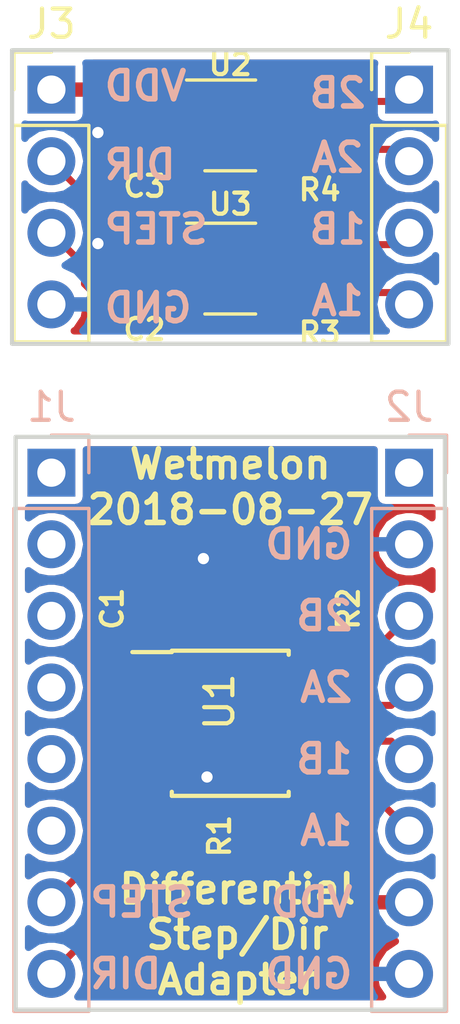
<source format=kicad_pcb>
(kicad_pcb (version 20171130) (host pcbnew "(5.0.0-rc2-140-g9302bbce5)")

  (general
    (thickness 1.6)
    (drawings 27)
    (tracks 83)
    (zones 0)
    (modules 14)
    (nets 24)
  )

  (page A4)
  (layers
    (0 F.Cu signal)
    (31 B.Cu signal)
    (32 B.Adhes user)
    (33 F.Adhes user)
    (34 B.Paste user)
    (35 F.Paste user)
    (36 B.SilkS user)
    (37 F.SilkS user)
    (38 B.Mask user)
    (39 F.Mask user)
    (40 Dwgs.User user)
    (41 Cmts.User user)
    (42 Eco1.User user)
    (43 Eco2.User user)
    (44 Edge.Cuts user)
    (45 Margin user)
    (46 B.CrtYd user)
    (47 F.CrtYd user)
    (48 B.Fab user hide)
    (49 F.Fab user hide)
  )

  (setup
    (last_trace_width 0.25)
    (trace_clearance 0.2)
    (zone_clearance 0.254)
    (zone_45_only no)
    (trace_min 0.1524)
    (segment_width 0.2)
    (edge_width 0.15)
    (via_size 0.8)
    (via_drill 0.4)
    (via_min_size 0.508)
    (via_min_drill 0.254)
    (uvia_size 0.3)
    (uvia_drill 0.1)
    (uvias_allowed no)
    (uvia_min_size 0.2)
    (uvia_min_drill 0.1)
    (pcb_text_width 0.3)
    (pcb_text_size 1.5 1.5)
    (mod_edge_width 0.15)
    (mod_text_size 1 1)
    (mod_text_width 0.15)
    (pad_size 1.524 1.524)
    (pad_drill 0.762)
    (pad_to_mask_clearance 0.2)
    (aux_axis_origin 0 0)
    (visible_elements 7FFFFFFF)
    (pcbplotparams
      (layerselection 0x010fc_ffffffff)
      (usegerberextensions false)
      (usegerberattributes false)
      (usegerberadvancedattributes false)
      (creategerberjobfile false)
      (excludeedgelayer true)
      (linewidth 0.100000)
      (plotframeref false)
      (viasonmask false)
      (mode 1)
      (useauxorigin false)
      (hpglpennumber 1)
      (hpglpenspeed 20)
      (hpglpendiameter 15.000000)
      (psnegative false)
      (psa4output false)
      (plotreference true)
      (plotvalue true)
      (plotinvisibletext false)
      (padsonsilk false)
      (subtractmaskfromsilk false)
      (outputformat 1)
      (mirror false)
      (drillshape 1)
      (scaleselection 1)
      (outputdirectory ""))
  )

  (net 0 "")
  (net 1 /1A)
  (net 2 /1B)
  (net 3 /2B)
  (net 4 /2A)
  (net 5 /STEP)
  (net 6 VDD)
  (net 7 /~RESET)
  (net 8 GND)
  (net 9 /DIR)
  (net 10 /~ENABLE)
  (net 11 /MS1)
  (net 12 /MS2)
  (net 13 /MS3)
  (net 14 /~SLEEP)
  (net 15 /VMOT)
  (net 16 VDDA)
  (net 17 GNDA)
  (net 18 /O_DIR)
  (net 19 /O_2A)
  (net 20 /O_2B)
  (net 21 /O_1B)
  (net 22 /O_1A)
  (net 23 /O_STEP)

  (net_class Default "This is the default net class."
    (clearance 0.2)
    (trace_width 0.25)
    (via_dia 0.8)
    (via_drill 0.4)
    (uvia_dia 0.3)
    (uvia_drill 0.1)
    (add_net /1A)
    (add_net /1B)
    (add_net /2A)
    (add_net /2B)
    (add_net /DIR)
    (add_net /MS1)
    (add_net /MS2)
    (add_net /MS3)
    (add_net /O_1A)
    (add_net /O_1B)
    (add_net /O_2A)
    (add_net /O_2B)
    (add_net /O_DIR)
    (add_net /O_STEP)
    (add_net /STEP)
    (add_net /VMOT)
    (add_net /~ENABLE)
    (add_net /~RESET)
    (add_net /~SLEEP)
    (add_net GND)
    (add_net GNDA)
    (add_net VDD)
    (add_net VDDA)
  )

  (module Resistor_SMD:R_0805_2012Metric (layer F.Cu) (tedit 5B84AB75) (tstamp 5B912267)
    (at 97.155 51.181 270)
    (descr "Resistor SMD 0805 (2012 Metric), square (rectangular) end terminal, IPC_7351 nominal, (Body size source: http://www.tortai-tech.com/upload/download/2011102023233369053.pdf), generated with kicad-footprint-generator")
    (tags resistor)
    (path /5B89C028)
    (attr smd)
    (fp_text reference R4 (at 2.286 0) (layer F.SilkS)
      (effects (font (size 0.75 0.75) (thickness 0.15)))
    )
    (fp_text value 100 (at 0 1.65 270) (layer F.Fab)
      (effects (font (size 1 1) (thickness 0.15)))
    )
    (fp_text user %R (at 0 0 270) (layer F.Fab)
      (effects (font (size 0.5 0.5) (thickness 0.08)))
    )
    (fp_line (start 1.68 0.95) (end -1.68 0.95) (layer F.CrtYd) (width 0.05))
    (fp_line (start 1.68 -0.95) (end 1.68 0.95) (layer F.CrtYd) (width 0.05))
    (fp_line (start -1.68 -0.95) (end 1.68 -0.95) (layer F.CrtYd) (width 0.05))
    (fp_line (start -1.68 0.95) (end -1.68 -0.95) (layer F.CrtYd) (width 0.05))
    (fp_line (start 1 0.6) (end -1 0.6) (layer F.Fab) (width 0.1))
    (fp_line (start 1 -0.6) (end 1 0.6) (layer F.Fab) (width 0.1))
    (fp_line (start -1 -0.6) (end 1 -0.6) (layer F.Fab) (width 0.1))
    (fp_line (start -1 0.6) (end -1 -0.6) (layer F.Fab) (width 0.1))
    (pad 2 smd rect (at 0.85 0 270) (size 1.15 1.4) (layers F.Cu F.Paste F.Mask)
      (net 19 /O_2A))
    (pad 1 smd rect (at -0.85 0 270) (size 1.15 1.4) (layers F.Cu F.Paste F.Mask)
      (net 20 /O_2B))
    (model ${KISYS3DMOD}/Resistor_SMD.3dshapes/R_0805_2012Metric.wrl
      (at (xyz 0 0 0))
      (scale (xyz 1 1 1))
      (rotate (xyz 0 0 0))
    )
  )

  (module Resistor_SMD:R_0805_2012Metric (layer F.Cu) (tedit 5B84AB79) (tstamp 5B912067)
    (at 97.155 56.261 270)
    (descr "Resistor SMD 0805 (2012 Metric), square (rectangular) end terminal, IPC_7351 nominal, (Body size source: http://www.tortai-tech.com/upload/download/2011102023233369053.pdf), generated with kicad-footprint-generator")
    (tags resistor)
    (path /5B89C021)
    (attr smd)
    (fp_text reference R3 (at 2.286 0) (layer F.SilkS)
      (effects (font (size 0.75 0.75) (thickness 0.15)))
    )
    (fp_text value 100 (at 0 1.65 270) (layer F.Fab)
      (effects (font (size 1 1) (thickness 0.15)))
    )
    (fp_line (start -1 0.6) (end -1 -0.6) (layer F.Fab) (width 0.1))
    (fp_line (start -1 -0.6) (end 1 -0.6) (layer F.Fab) (width 0.1))
    (fp_line (start 1 -0.6) (end 1 0.6) (layer F.Fab) (width 0.1))
    (fp_line (start 1 0.6) (end -1 0.6) (layer F.Fab) (width 0.1))
    (fp_line (start -1.68 0.95) (end -1.68 -0.95) (layer F.CrtYd) (width 0.05))
    (fp_line (start -1.68 -0.95) (end 1.68 -0.95) (layer F.CrtYd) (width 0.05))
    (fp_line (start 1.68 -0.95) (end 1.68 0.95) (layer F.CrtYd) (width 0.05))
    (fp_line (start 1.68 0.95) (end -1.68 0.95) (layer F.CrtYd) (width 0.05))
    (fp_text user %R (at 0 0 270) (layer F.Fab)
      (effects (font (size 0.5 0.5) (thickness 0.08)))
    )
    (pad 1 smd rect (at -0.85 0 270) (size 1.15 1.4) (layers F.Cu F.Paste F.Mask)
      (net 21 /O_1B))
    (pad 2 smd rect (at 0.85 0 270) (size 1.15 1.4) (layers F.Cu F.Paste F.Mask)
      (net 22 /O_1A))
    (model ${KISYS3DMOD}/Resistor_SMD.3dshapes/R_0805_2012Metric.wrl
      (at (xyz 0 0 0))
      (scale (xyz 1 1 1))
      (rotate (xyz 0 0 0))
    )
  )

  (module Connector_PinHeader_2.54mm:PinHeader_1x04_P2.54mm_Vertical (layer F.Cu) (tedit 59FED5CC) (tstamp 5B911A3E)
    (at 100.33 49.911)
    (descr "Through hole straight pin header, 1x04, 2.54mm pitch, single row")
    (tags "Through hole pin header THT 1x04 2.54mm single row")
    (path /5B890D26)
    (fp_text reference J4 (at 0 -2.33) (layer F.SilkS)
      (effects (font (size 1 1) (thickness 0.15)))
    )
    (fp_text value Conn_01x04 (at 0 9.95) (layer F.Fab)
      (effects (font (size 1 1) (thickness 0.15)))
    )
    (fp_text user %R (at 0 3.81 90) (layer F.Fab)
      (effects (font (size 1 1) (thickness 0.15)))
    )
    (fp_line (start 1.8 -1.8) (end -1.8 -1.8) (layer F.CrtYd) (width 0.05))
    (fp_line (start 1.8 9.4) (end 1.8 -1.8) (layer F.CrtYd) (width 0.05))
    (fp_line (start -1.8 9.4) (end 1.8 9.4) (layer F.CrtYd) (width 0.05))
    (fp_line (start -1.8 -1.8) (end -1.8 9.4) (layer F.CrtYd) (width 0.05))
    (fp_line (start -1.33 -1.33) (end 0 -1.33) (layer F.SilkS) (width 0.12))
    (fp_line (start -1.33 0) (end -1.33 -1.33) (layer F.SilkS) (width 0.12))
    (fp_line (start -1.33 1.27) (end 1.33 1.27) (layer F.SilkS) (width 0.12))
    (fp_line (start 1.33 1.27) (end 1.33 8.95) (layer F.SilkS) (width 0.12))
    (fp_line (start -1.33 1.27) (end -1.33 8.95) (layer F.SilkS) (width 0.12))
    (fp_line (start -1.33 8.95) (end 1.33 8.95) (layer F.SilkS) (width 0.12))
    (fp_line (start -1.27 -0.635) (end -0.635 -1.27) (layer F.Fab) (width 0.1))
    (fp_line (start -1.27 8.89) (end -1.27 -0.635) (layer F.Fab) (width 0.1))
    (fp_line (start 1.27 8.89) (end -1.27 8.89) (layer F.Fab) (width 0.1))
    (fp_line (start 1.27 -1.27) (end 1.27 8.89) (layer F.Fab) (width 0.1))
    (fp_line (start -0.635 -1.27) (end 1.27 -1.27) (layer F.Fab) (width 0.1))
    (pad 4 thru_hole oval (at 0 7.62) (size 1.7 1.7) (drill 1) (layers *.Cu *.Mask)
      (net 22 /O_1A))
    (pad 3 thru_hole oval (at 0 5.08) (size 1.7 1.7) (drill 1) (layers *.Cu *.Mask)
      (net 21 /O_1B))
    (pad 2 thru_hole oval (at 0 2.54) (size 1.7 1.7) (drill 1) (layers *.Cu *.Mask)
      (net 19 /O_2A))
    (pad 1 thru_hole rect (at 0 0) (size 1.7 1.7) (drill 1) (layers *.Cu *.Mask)
      (net 20 /O_2B))
    (model ${KISYS3DMOD}/Connector_PinHeader_2.54mm.3dshapes/PinHeader_1x04_P2.54mm_Vertical.wrl
      (at (xyz 0 0 0))
      (scale (xyz 1 1 1))
      (rotate (xyz 0 0 0))
    )
  )

  (module Connector_PinHeader_2.54mm:PinHeader_1x04_P2.54mm_Vertical (layer F.Cu) (tedit 59FED5CC) (tstamp 5B914330)
    (at 87.63 49.911)
    (descr "Through hole straight pin header, 1x04, 2.54mm pitch, single row")
    (tags "Through hole pin header THT 1x04 2.54mm single row")
    (path /5B8987B7)
    (fp_text reference J3 (at 0 -2.33) (layer F.SilkS)
      (effects (font (size 1 1) (thickness 0.15)))
    )
    (fp_text value Conn_01x04 (at 0 9.95) (layer F.Fab)
      (effects (font (size 1 1) (thickness 0.15)))
    )
    (fp_line (start -0.635 -1.27) (end 1.27 -1.27) (layer F.Fab) (width 0.1))
    (fp_line (start 1.27 -1.27) (end 1.27 8.89) (layer F.Fab) (width 0.1))
    (fp_line (start 1.27 8.89) (end -1.27 8.89) (layer F.Fab) (width 0.1))
    (fp_line (start -1.27 8.89) (end -1.27 -0.635) (layer F.Fab) (width 0.1))
    (fp_line (start -1.27 -0.635) (end -0.635 -1.27) (layer F.Fab) (width 0.1))
    (fp_line (start -1.33 8.95) (end 1.33 8.95) (layer F.SilkS) (width 0.12))
    (fp_line (start -1.33 1.27) (end -1.33 8.95) (layer F.SilkS) (width 0.12))
    (fp_line (start 1.33 1.27) (end 1.33 8.95) (layer F.SilkS) (width 0.12))
    (fp_line (start -1.33 1.27) (end 1.33 1.27) (layer F.SilkS) (width 0.12))
    (fp_line (start -1.33 0) (end -1.33 -1.33) (layer F.SilkS) (width 0.12))
    (fp_line (start -1.33 -1.33) (end 0 -1.33) (layer F.SilkS) (width 0.12))
    (fp_line (start -1.8 -1.8) (end -1.8 9.4) (layer F.CrtYd) (width 0.05))
    (fp_line (start -1.8 9.4) (end 1.8 9.4) (layer F.CrtYd) (width 0.05))
    (fp_line (start 1.8 9.4) (end 1.8 -1.8) (layer F.CrtYd) (width 0.05))
    (fp_line (start 1.8 -1.8) (end -1.8 -1.8) (layer F.CrtYd) (width 0.05))
    (fp_text user %R (at 0 3.81 90) (layer F.Fab)
      (effects (font (size 1 1) (thickness 0.15)))
    )
    (pad 1 thru_hole rect (at 0 0) (size 1.7 1.7) (drill 1) (layers *.Cu *.Mask)
      (net 16 VDDA))
    (pad 2 thru_hole oval (at 0 2.54) (size 1.7 1.7) (drill 1) (layers *.Cu *.Mask)
      (net 18 /O_DIR))
    (pad 3 thru_hole oval (at 0 5.08) (size 1.7 1.7) (drill 1) (layers *.Cu *.Mask)
      (net 23 /O_STEP))
    (pad 4 thru_hole oval (at 0 7.62) (size 1.7 1.7) (drill 1) (layers *.Cu *.Mask)
      (net 17 GNDA))
    (model ${KISYS3DMOD}/Connector_PinHeader_2.54mm.3dshapes/PinHeader_1x04_P2.54mm_Vertical.wrl
      (at (xyz 0 0 0))
      (scale (xyz 1 1 1))
      (rotate (xyz 0 0 0))
    )
  )

  (module Capacitor_SMD:C_0805_2012Metric (layer F.Cu) (tedit 5B84AB54) (tstamp 5B90FCCE)
    (at 90.8685 51.0785 270)
    (descr "Capacitor SMD 0805 (2012 Metric), square (rectangular) end terminal, IPC_7351 nominal, (Body size source: http://www.tortai-tech.com/upload/download/2011102023233369053.pdf), generated with kicad-footprint-generator")
    (tags capacitor)
    (path /5B877576)
    (attr smd)
    (fp_text reference C3 (at 2.2615 -0.0635) (layer F.SilkS)
      (effects (font (size 0.75 0.75) (thickness 0.15)))
    )
    (fp_text value 100nF (at 0 1.65 270) (layer F.Fab)
      (effects (font (size 1 1) (thickness 0.15)))
    )
    (fp_text user %R (at 0 0 270) (layer F.Fab)
      (effects (font (size 0.5 0.5) (thickness 0.08)))
    )
    (fp_line (start 1.68 0.95) (end -1.68 0.95) (layer F.CrtYd) (width 0.05))
    (fp_line (start 1.68 -0.95) (end 1.68 0.95) (layer F.CrtYd) (width 0.05))
    (fp_line (start -1.68 -0.95) (end 1.68 -0.95) (layer F.CrtYd) (width 0.05))
    (fp_line (start -1.68 0.95) (end -1.68 -0.95) (layer F.CrtYd) (width 0.05))
    (fp_line (start 1 0.6) (end -1 0.6) (layer F.Fab) (width 0.1))
    (fp_line (start 1 -0.6) (end 1 0.6) (layer F.Fab) (width 0.1))
    (fp_line (start -1 -0.6) (end 1 -0.6) (layer F.Fab) (width 0.1))
    (fp_line (start -1 0.6) (end -1 -0.6) (layer F.Fab) (width 0.1))
    (pad 2 smd rect (at 0.85 0 270) (size 1.15 1.4) (layers F.Cu F.Paste F.Mask)
      (net 17 GNDA))
    (pad 1 smd rect (at -0.85 0 270) (size 1.15 1.4) (layers F.Cu F.Paste F.Mask)
      (net 16 VDDA))
    (model ${KISYS3DMOD}/Capacitor_SMD.3dshapes/C_0805_2012Metric.wrl
      (at (xyz 0 0 0))
      (scale (xyz 1 1 1))
      (rotate (xyz 0 0 0))
    )
  )

  (module Capacitor_SMD:C_0805_2012Metric (layer F.Cu) (tedit 5B84AB5E) (tstamp 5B90FCBF)
    (at 90.8685 56.1585 270)
    (descr "Capacitor SMD 0805 (2012 Metric), square (rectangular) end terminal, IPC_7351 nominal, (Body size source: http://www.tortai-tech.com/upload/download/2011102023233369053.pdf), generated with kicad-footprint-generator")
    (tags capacitor)
    (path /5B875757)
    (attr smd)
    (fp_text reference C2 (at 2.2615 -0.0635) (layer F.SilkS)
      (effects (font (size 0.75 0.75) (thickness 0.15)))
    )
    (fp_text value 100nF (at 0 1.65 270) (layer F.Fab)
      (effects (font (size 1 1) (thickness 0.15)))
    )
    (fp_line (start -1 0.6) (end -1 -0.6) (layer F.Fab) (width 0.1))
    (fp_line (start -1 -0.6) (end 1 -0.6) (layer F.Fab) (width 0.1))
    (fp_line (start 1 -0.6) (end 1 0.6) (layer F.Fab) (width 0.1))
    (fp_line (start 1 0.6) (end -1 0.6) (layer F.Fab) (width 0.1))
    (fp_line (start -1.68 0.95) (end -1.68 -0.95) (layer F.CrtYd) (width 0.05))
    (fp_line (start -1.68 -0.95) (end 1.68 -0.95) (layer F.CrtYd) (width 0.05))
    (fp_line (start 1.68 -0.95) (end 1.68 0.95) (layer F.CrtYd) (width 0.05))
    (fp_line (start 1.68 0.95) (end -1.68 0.95) (layer F.CrtYd) (width 0.05))
    (fp_text user %R (at 0 0 270) (layer F.Fab)
      (effects (font (size 0.5 0.5) (thickness 0.08)))
    )
    (pad 1 smd rect (at -0.85 0 270) (size 1.15 1.4) (layers F.Cu F.Paste F.Mask)
      (net 16 VDDA))
    (pad 2 smd rect (at 0.85 0 270) (size 1.15 1.4) (layers F.Cu F.Paste F.Mask)
      (net 17 GNDA))
    (model ${KISYS3DMOD}/Capacitor_SMD.3dshapes/C_0805_2012Metric.wrl
      (at (xyz 0 0 0))
      (scale (xyz 1 1 1))
      (rotate (xyz 0 0 0))
    )
  )

  (module Package_TO_SOT_SMD:SOT-23-6 (layer F.Cu) (tedit 5B84AB64) (tstamp 5B9123EA)
    (at 93.98 56.261)
    (descr "6-pin SOT-23 package")
    (tags SOT-23-6)
    (path /5B87A8BF)
    (attr smd)
    (fp_text reference U3 (at 0 -2.286) (layer F.SilkS)
      (effects (font (size 0.75 0.75) (thickness 0.15)))
    )
    (fp_text value MAX3284E (at 0 2.9) (layer F.Fab)
      (effects (font (size 1 1) (thickness 0.15)))
    )
    (fp_line (start 0.9 -1.55) (end 0.9 1.55) (layer F.Fab) (width 0.1))
    (fp_line (start 0.9 1.55) (end -0.9 1.55) (layer F.Fab) (width 0.1))
    (fp_line (start -0.9 -0.9) (end -0.9 1.55) (layer F.Fab) (width 0.1))
    (fp_line (start 0.9 -1.55) (end -0.25 -1.55) (layer F.Fab) (width 0.1))
    (fp_line (start -0.9 -0.9) (end -0.25 -1.55) (layer F.Fab) (width 0.1))
    (fp_line (start -1.9 -1.8) (end -1.9 1.8) (layer F.CrtYd) (width 0.05))
    (fp_line (start -1.9 1.8) (end 1.9 1.8) (layer F.CrtYd) (width 0.05))
    (fp_line (start 1.9 1.8) (end 1.9 -1.8) (layer F.CrtYd) (width 0.05))
    (fp_line (start 1.9 -1.8) (end -1.9 -1.8) (layer F.CrtYd) (width 0.05))
    (fp_line (start 0.9 -1.61) (end -1.55 -1.61) (layer F.SilkS) (width 0.12))
    (fp_line (start -0.9 1.61) (end 0.9 1.61) (layer F.SilkS) (width 0.12))
    (fp_text user %R (at 0 0 90) (layer F.Fab)
      (effects (font (size 0.5 0.5) (thickness 0.075)))
    )
    (pad 5 smd rect (at 1.1 0) (size 1.06 0.65) (layers F.Cu F.Paste F.Mask)
      (net 16 VDDA))
    (pad 6 smd rect (at 1.1 -0.95) (size 1.06 0.65) (layers F.Cu F.Paste F.Mask)
      (net 21 /O_1B))
    (pad 4 smd rect (at 1.1 0.95) (size 1.06 0.65) (layers F.Cu F.Paste F.Mask)
      (net 22 /O_1A))
    (pad 3 smd rect (at -1.1 0.95) (size 1.06 0.65) (layers F.Cu F.Paste F.Mask)
      (net 23 /O_STEP))
    (pad 2 smd rect (at -1.1 0) (size 1.06 0.65) (layers F.Cu F.Paste F.Mask)
      (net 17 GNDA))
    (pad 1 smd rect (at -1.1 -0.95) (size 1.06 0.65) (layers F.Cu F.Paste F.Mask)
      (net 16 VDDA))
    (model ${KISYS3DMOD}/Package_TO_SOT_SMD.3dshapes/SOT-23-6.wrl
      (at (xyz 0 0 0))
      (scale (xyz 1 1 1))
      (rotate (xyz 0 0 0))
    )
  )

  (module Package_TO_SOT_SMD:SOT-23-6 (layer F.Cu) (tedit 5B84AB69) (tstamp 5B90FB7E)
    (at 93.98 51.181)
    (descr "6-pin SOT-23 package")
    (tags SOT-23-6)
    (path /5B872B14)
    (attr smd)
    (fp_text reference U2 (at 0 -2.159) (layer F.SilkS)
      (effects (font (size 0.75 0.75) (thickness 0.15)))
    )
    (fp_text value MAX3284E (at 0 2.9) (layer F.Fab)
      (effects (font (size 1 1) (thickness 0.15)))
    )
    (fp_text user %R (at 0 0 90) (layer F.Fab)
      (effects (font (size 0.5 0.5) (thickness 0.075)))
    )
    (fp_line (start -0.9 1.61) (end 0.9 1.61) (layer F.SilkS) (width 0.12))
    (fp_line (start 0.9 -1.61) (end -1.55 -1.61) (layer F.SilkS) (width 0.12))
    (fp_line (start 1.9 -1.8) (end -1.9 -1.8) (layer F.CrtYd) (width 0.05))
    (fp_line (start 1.9 1.8) (end 1.9 -1.8) (layer F.CrtYd) (width 0.05))
    (fp_line (start -1.9 1.8) (end 1.9 1.8) (layer F.CrtYd) (width 0.05))
    (fp_line (start -1.9 -1.8) (end -1.9 1.8) (layer F.CrtYd) (width 0.05))
    (fp_line (start -0.9 -0.9) (end -0.25 -1.55) (layer F.Fab) (width 0.1))
    (fp_line (start 0.9 -1.55) (end -0.25 -1.55) (layer F.Fab) (width 0.1))
    (fp_line (start -0.9 -0.9) (end -0.9 1.55) (layer F.Fab) (width 0.1))
    (fp_line (start 0.9 1.55) (end -0.9 1.55) (layer F.Fab) (width 0.1))
    (fp_line (start 0.9 -1.55) (end 0.9 1.55) (layer F.Fab) (width 0.1))
    (pad 1 smd rect (at -1.1 -0.95) (size 1.06 0.65) (layers F.Cu F.Paste F.Mask)
      (net 16 VDDA))
    (pad 2 smd rect (at -1.1 0) (size 1.06 0.65) (layers F.Cu F.Paste F.Mask)
      (net 17 GNDA))
    (pad 3 smd rect (at -1.1 0.95) (size 1.06 0.65) (layers F.Cu F.Paste F.Mask)
      (net 18 /O_DIR))
    (pad 4 smd rect (at 1.1 0.95) (size 1.06 0.65) (layers F.Cu F.Paste F.Mask)
      (net 19 /O_2A))
    (pad 6 smd rect (at 1.1 -0.95) (size 1.06 0.65) (layers F.Cu F.Paste F.Mask)
      (net 20 /O_2B))
    (pad 5 smd rect (at 1.1 0) (size 1.06 0.65) (layers F.Cu F.Paste F.Mask)
      (net 16 VDDA))
    (model ${KISYS3DMOD}/Package_TO_SOT_SMD.3dshapes/SOT-23-6.wrl
      (at (xyz 0 0 0))
      (scale (xyz 1 1 1))
      (rotate (xyz 0 0 0))
    )
  )

  (module Resistor_SMD:R_0805_2012Metric (layer F.Cu) (tedit 5B849744) (tstamp 5B90F517)
    (at 95.924 68.326 180)
    (descr "Resistor SMD 0805 (2012 Metric), square (rectangular) end terminal, IPC_7351 nominal, (Body size source: http://www.tortai-tech.com/upload/download/2011102023233369053.pdf), generated with kicad-footprint-generator")
    (tags resistor)
    (path /5B866110)
    (attr smd)
    (fp_text reference R2 (at -2.247 0 270) (layer F.SilkS)
      (effects (font (size 0.75 0.75) (thickness 0.15)))
    )
    (fp_text value 100 (at 0 1.65 180) (layer F.Fab)
      (effects (font (size 1 1) (thickness 0.15)))
    )
    (fp_text user %R (at 0 0 180) (layer F.Fab)
      (effects (font (size 0.5 0.5) (thickness 0.08)))
    )
    (fp_line (start 1.68 0.95) (end -1.68 0.95) (layer F.CrtYd) (width 0.05))
    (fp_line (start 1.68 -0.95) (end 1.68 0.95) (layer F.CrtYd) (width 0.05))
    (fp_line (start -1.68 -0.95) (end 1.68 -0.95) (layer F.CrtYd) (width 0.05))
    (fp_line (start -1.68 0.95) (end -1.68 -0.95) (layer F.CrtYd) (width 0.05))
    (fp_line (start 1 0.6) (end -1 0.6) (layer F.Fab) (width 0.1))
    (fp_line (start 1 -0.6) (end 1 0.6) (layer F.Fab) (width 0.1))
    (fp_line (start -1 -0.6) (end 1 -0.6) (layer F.Fab) (width 0.1))
    (fp_line (start -1 0.6) (end -1 -0.6) (layer F.Fab) (width 0.1))
    (pad 2 smd rect (at 0.85 0 180) (size 1.15 1.4) (layers F.Cu F.Paste F.Mask)
      (net 4 /2A))
    (pad 1 smd rect (at -0.85 0 180) (size 1.15 1.4) (layers F.Cu F.Paste F.Mask)
      (net 3 /2B))
    (model ${KISYS3DMOD}/Resistor_SMD.3dshapes/R_0805_2012Metric.wrl
      (at (xyz 0 0 0))
      (scale (xyz 1 1 1))
      (rotate (xyz 0 0 0))
    )
  )

  (module Resistor_SMD:R_0805_2012Metric (layer F.Cu) (tedit 5B8496A4) (tstamp 5B90F4C2)
    (at 95.924 76.454)
    (descr "Resistor SMD 0805 (2012 Metric), square (rectangular) end terminal, IPC_7351 nominal, (Body size source: http://www.tortai-tech.com/upload/download/2011102023233369053.pdf), generated with kicad-footprint-generator")
    (tags resistor)
    (path /5B86609B)
    (attr smd)
    (fp_text reference R1 (at -2.325 -0.0635 90) (layer F.SilkS)
      (effects (font (size 0.75 0.75) (thickness 0.15)))
    )
    (fp_text value 100 (at 0 1.65) (layer F.Fab)
      (effects (font (size 1 1) (thickness 0.15)))
    )
    (fp_line (start -1 0.6) (end -1 -0.6) (layer F.Fab) (width 0.1))
    (fp_line (start -1 -0.6) (end 1 -0.6) (layer F.Fab) (width 0.1))
    (fp_line (start 1 -0.6) (end 1 0.6) (layer F.Fab) (width 0.1))
    (fp_line (start 1 0.6) (end -1 0.6) (layer F.Fab) (width 0.1))
    (fp_line (start -1.68 0.95) (end -1.68 -0.95) (layer F.CrtYd) (width 0.05))
    (fp_line (start -1.68 -0.95) (end 1.68 -0.95) (layer F.CrtYd) (width 0.05))
    (fp_line (start 1.68 -0.95) (end 1.68 0.95) (layer F.CrtYd) (width 0.05))
    (fp_line (start 1.68 0.95) (end -1.68 0.95) (layer F.CrtYd) (width 0.05))
    (fp_text user %R (at 0 0) (layer F.Fab)
      (effects (font (size 0.5 0.5) (thickness 0.08)))
    )
    (pad 1 smd rect (at -0.85 0) (size 1.15 1.4) (layers F.Cu F.Paste F.Mask)
      (net 2 /1B))
    (pad 2 smd rect (at 0.85 0) (size 1.15 1.4) (layers F.Cu F.Paste F.Mask)
      (net 1 /1A))
    (model ${KISYS3DMOD}/Resistor_SMD.3dshapes/R_0805_2012Metric.wrl
      (at (xyz 0 0 0))
      (scale (xyz 1 1 1))
      (rotate (xyz 0 0 0))
    )
  )

  (module Capacitor_SMD:C_0805_2012Metric (layer F.Cu) (tedit 5B849741) (tstamp 5B90DACA)
    (at 92.163 68.326)
    (descr "Capacitor SMD 0805 (2012 Metric), square (rectangular) end terminal, IPC_7351 nominal, (Body size source: http://www.tortai-tech.com/upload/download/2011102023233369053.pdf), generated with kicad-footprint-generator")
    (tags capacitor)
    (path /5B8614FC)
    (attr smd)
    (fp_text reference C1 (at -2.374 0 90) (layer F.SilkS)
      (effects (font (size 0.75 0.75) (thickness 0.15)))
    )
    (fp_text value 100nF (at 0 1.65) (layer F.Fab)
      (effects (font (size 1 1) (thickness 0.15)))
    )
    (fp_line (start -1 0.6) (end -1 -0.6) (layer F.Fab) (width 0.1))
    (fp_line (start -1 -0.6) (end 1 -0.6) (layer F.Fab) (width 0.1))
    (fp_line (start 1 -0.6) (end 1 0.6) (layer F.Fab) (width 0.1))
    (fp_line (start 1 0.6) (end -1 0.6) (layer F.Fab) (width 0.1))
    (fp_line (start -1.68 0.95) (end -1.68 -0.95) (layer F.CrtYd) (width 0.05))
    (fp_line (start -1.68 -0.95) (end 1.68 -0.95) (layer F.CrtYd) (width 0.05))
    (fp_line (start 1.68 -0.95) (end 1.68 0.95) (layer F.CrtYd) (width 0.05))
    (fp_line (start 1.68 0.95) (end -1.68 0.95) (layer F.CrtYd) (width 0.05))
    (fp_text user %R (at 0 0) (layer F.Fab)
      (effects (font (size 0.5 0.5) (thickness 0.08)))
    )
    (pad 1 smd rect (at -0.85 0) (size 1.15 1.4) (layers F.Cu F.Paste F.Mask)
      (net 6 VDD))
    (pad 2 smd rect (at 0.85 0) (size 1.15 1.4) (layers F.Cu F.Paste F.Mask)
      (net 8 GND))
    (model ${KISYS3DMOD}/Capacitor_SMD.3dshapes/C_0805_2012Metric.wrl
      (at (xyz 0 0 0))
      (scale (xyz 1 1 1))
      (rotate (xyz 0 0 0))
    )
  )

  (module Connector_PinHeader_2.54mm:PinHeader_1x08_P2.54mm_Vertical (layer B.Cu) (tedit 59FED5CC) (tstamp 5B90DABB)
    (at 100.33 63.5 180)
    (descr "Through hole straight pin header, 1x08, 2.54mm pitch, single row")
    (tags "Through hole pin header THT 1x08 2.54mm single row")
    (path /5B85138C)
    (fp_text reference J2 (at 0 2.33 180) (layer B.SilkS)
      (effects (font (size 1 1) (thickness 0.15)) (justify mirror))
    )
    (fp_text value Conn_01x08 (at 0 -20.11 180) (layer B.Fab)
      (effects (font (size 1 1) (thickness 0.15)) (justify mirror))
    )
    (fp_text user %R (at 0 -8.89 90) (layer B.Fab)
      (effects (font (size 1 1) (thickness 0.15)) (justify mirror))
    )
    (fp_line (start 1.8 1.8) (end -1.8 1.8) (layer B.CrtYd) (width 0.05))
    (fp_line (start 1.8 -19.55) (end 1.8 1.8) (layer B.CrtYd) (width 0.05))
    (fp_line (start -1.8 -19.55) (end 1.8 -19.55) (layer B.CrtYd) (width 0.05))
    (fp_line (start -1.8 1.8) (end -1.8 -19.55) (layer B.CrtYd) (width 0.05))
    (fp_line (start -1.33 1.33) (end 0 1.33) (layer B.SilkS) (width 0.12))
    (fp_line (start -1.33 0) (end -1.33 1.33) (layer B.SilkS) (width 0.12))
    (fp_line (start -1.33 -1.27) (end 1.33 -1.27) (layer B.SilkS) (width 0.12))
    (fp_line (start 1.33 -1.27) (end 1.33 -19.11) (layer B.SilkS) (width 0.12))
    (fp_line (start -1.33 -1.27) (end -1.33 -19.11) (layer B.SilkS) (width 0.12))
    (fp_line (start -1.33 -19.11) (end 1.33 -19.11) (layer B.SilkS) (width 0.12))
    (fp_line (start -1.27 0.635) (end -0.635 1.27) (layer B.Fab) (width 0.1))
    (fp_line (start -1.27 -19.05) (end -1.27 0.635) (layer B.Fab) (width 0.1))
    (fp_line (start 1.27 -19.05) (end -1.27 -19.05) (layer B.Fab) (width 0.1))
    (fp_line (start 1.27 1.27) (end 1.27 -19.05) (layer B.Fab) (width 0.1))
    (fp_line (start -0.635 1.27) (end 1.27 1.27) (layer B.Fab) (width 0.1))
    (pad 8 thru_hole oval (at 0 -17.78 180) (size 1.7 1.7) (drill 1) (layers *.Cu *.Mask)
      (net 8 GND))
    (pad 7 thru_hole oval (at 0 -15.24 180) (size 1.7 1.7) (drill 1) (layers *.Cu *.Mask)
      (net 6 VDD))
    (pad 6 thru_hole oval (at 0 -12.7 180) (size 1.7 1.7) (drill 1) (layers *.Cu *.Mask)
      (net 1 /1A))
    (pad 5 thru_hole oval (at 0 -10.16 180) (size 1.7 1.7) (drill 1) (layers *.Cu *.Mask)
      (net 2 /1B))
    (pad 4 thru_hole oval (at 0 -7.62 180) (size 1.7 1.7) (drill 1) (layers *.Cu *.Mask)
      (net 4 /2A))
    (pad 3 thru_hole oval (at 0 -5.08 180) (size 1.7 1.7) (drill 1) (layers *.Cu *.Mask)
      (net 3 /2B))
    (pad 2 thru_hole oval (at 0 -2.54 180) (size 1.7 1.7) (drill 1) (layers *.Cu *.Mask)
      (net 8 GND))
    (pad 1 thru_hole rect (at 0 0 180) (size 1.7 1.7) (drill 1) (layers *.Cu *.Mask)
      (net 15 /VMOT))
    (model ${KISYS3DMOD}/Connector_PinHeader_2.54mm.3dshapes/PinHeader_1x08_P2.54mm_Vertical.wrl
      (at (xyz 0 0 0))
      (scale (xyz 1 1 1))
      (rotate (xyz 0 0 0))
    )
  )

  (module Connector_PinHeader_2.54mm:PinHeader_1x08_P2.54mm_Vertical (layer B.Cu) (tedit 59FED5CC) (tstamp 5B90E830)
    (at 87.63 63.5 180)
    (descr "Through hole straight pin header, 1x08, 2.54mm pitch, single row")
    (tags "Through hole pin header THT 1x08 2.54mm single row")
    (path /5B851346)
    (fp_text reference J1 (at 0 2.33 180) (layer B.SilkS)
      (effects (font (size 1 1) (thickness 0.15)) (justify mirror))
    )
    (fp_text value Conn_01x08 (at 0 -20.11 180) (layer B.Fab)
      (effects (font (size 1 1) (thickness 0.15)) (justify mirror))
    )
    (fp_line (start -0.635 1.27) (end 1.27 1.27) (layer B.Fab) (width 0.1))
    (fp_line (start 1.27 1.27) (end 1.27 -19.05) (layer B.Fab) (width 0.1))
    (fp_line (start 1.27 -19.05) (end -1.27 -19.05) (layer B.Fab) (width 0.1))
    (fp_line (start -1.27 -19.05) (end -1.27 0.635) (layer B.Fab) (width 0.1))
    (fp_line (start -1.27 0.635) (end -0.635 1.27) (layer B.Fab) (width 0.1))
    (fp_line (start -1.33 -19.11) (end 1.33 -19.11) (layer B.SilkS) (width 0.12))
    (fp_line (start -1.33 -1.27) (end -1.33 -19.11) (layer B.SilkS) (width 0.12))
    (fp_line (start 1.33 -1.27) (end 1.33 -19.11) (layer B.SilkS) (width 0.12))
    (fp_line (start -1.33 -1.27) (end 1.33 -1.27) (layer B.SilkS) (width 0.12))
    (fp_line (start -1.33 0) (end -1.33 1.33) (layer B.SilkS) (width 0.12))
    (fp_line (start -1.33 1.33) (end 0 1.33) (layer B.SilkS) (width 0.12))
    (fp_line (start -1.8 1.8) (end -1.8 -19.55) (layer B.CrtYd) (width 0.05))
    (fp_line (start -1.8 -19.55) (end 1.8 -19.55) (layer B.CrtYd) (width 0.05))
    (fp_line (start 1.8 -19.55) (end 1.8 1.8) (layer B.CrtYd) (width 0.05))
    (fp_line (start 1.8 1.8) (end -1.8 1.8) (layer B.CrtYd) (width 0.05))
    (fp_text user %R (at 0 -8.89 90) (layer B.Fab)
      (effects (font (size 1 1) (thickness 0.15)) (justify mirror))
    )
    (pad 1 thru_hole rect (at 0 0 180) (size 1.7 1.7) (drill 1) (layers *.Cu *.Mask)
      (net 10 /~ENABLE))
    (pad 2 thru_hole oval (at 0 -2.54 180) (size 1.7 1.7) (drill 1) (layers *.Cu *.Mask)
      (net 11 /MS1))
    (pad 3 thru_hole oval (at 0 -5.08 180) (size 1.7 1.7) (drill 1) (layers *.Cu *.Mask)
      (net 12 /MS2))
    (pad 4 thru_hole oval (at 0 -7.62 180) (size 1.7 1.7) (drill 1) (layers *.Cu *.Mask)
      (net 13 /MS3))
    (pad 5 thru_hole oval (at 0 -10.16 180) (size 1.7 1.7) (drill 1) (layers *.Cu *.Mask)
      (net 7 /~RESET))
    (pad 6 thru_hole oval (at 0 -12.7 180) (size 1.7 1.7) (drill 1) (layers *.Cu *.Mask)
      (net 14 /~SLEEP))
    (pad 7 thru_hole oval (at 0 -15.24 180) (size 1.7 1.7) (drill 1) (layers *.Cu *.Mask)
      (net 5 /STEP))
    (pad 8 thru_hole oval (at 0 -17.78 180) (size 1.7 1.7) (drill 1) (layers *.Cu *.Mask)
      (net 9 /DIR))
    (model ${KISYS3DMOD}/Connector_PinHeader_2.54mm.3dshapes/PinHeader_1x08_P2.54mm_Vertical.wrl
      (at (xyz 0 0 0))
      (scale (xyz 1 1 1))
      (rotate (xyz 0 0 0))
    )
  )

  (module Package_SO:SOIC-8_3.9x4.9mm_P1.27mm (layer F.Cu) (tedit 5A02F2D3) (tstamp 5B90DA83)
    (at 93.98 72.39)
    (descr "8-Lead Plastic Small Outline (SN) - Narrow, 3.90 mm Body [SOIC] (see Microchip Packaging Specification 00000049BS.pdf)")
    (tags "SOIC 1.27")
    (path /5B860102)
    (attr smd)
    (fp_text reference U1 (at -0.381 -0.762 90) (layer F.SilkS)
      (effects (font (size 1 1) (thickness 0.15)))
    )
    (fp_text value SN75ALS191 (at 0 3.5) (layer F.Fab)
      (effects (font (size 1 1) (thickness 0.15)))
    )
    (fp_line (start -2.075 -2.525) (end -3.475 -2.525) (layer F.SilkS) (width 0.15))
    (fp_line (start -2.075 2.575) (end 2.075 2.575) (layer F.SilkS) (width 0.15))
    (fp_line (start -2.075 -2.575) (end 2.075 -2.575) (layer F.SilkS) (width 0.15))
    (fp_line (start -2.075 2.575) (end -2.075 2.43) (layer F.SilkS) (width 0.15))
    (fp_line (start 2.075 2.575) (end 2.075 2.43) (layer F.SilkS) (width 0.15))
    (fp_line (start 2.075 -2.575) (end 2.075 -2.43) (layer F.SilkS) (width 0.15))
    (fp_line (start -2.075 -2.575) (end -2.075 -2.525) (layer F.SilkS) (width 0.15))
    (fp_line (start -3.73 2.7) (end 3.73 2.7) (layer F.CrtYd) (width 0.05))
    (fp_line (start -3.73 -2.7) (end 3.73 -2.7) (layer F.CrtYd) (width 0.05))
    (fp_line (start 3.73 -2.7) (end 3.73 2.7) (layer F.CrtYd) (width 0.05))
    (fp_line (start -3.73 -2.7) (end -3.73 2.7) (layer F.CrtYd) (width 0.05))
    (fp_line (start -1.95 -1.45) (end -0.95 -2.45) (layer F.Fab) (width 0.1))
    (fp_line (start -1.95 2.45) (end -1.95 -1.45) (layer F.Fab) (width 0.1))
    (fp_line (start 1.95 2.45) (end -1.95 2.45) (layer F.Fab) (width 0.1))
    (fp_line (start 1.95 -2.45) (end 1.95 2.45) (layer F.Fab) (width 0.1))
    (fp_line (start -0.95 -2.45) (end 1.95 -2.45) (layer F.Fab) (width 0.1))
    (fp_text user %R (at 0 0) (layer F.Fab)
      (effects (font (size 1 1) (thickness 0.15)))
    )
    (pad 8 smd rect (at 2.7 -1.905) (size 1.55 0.6) (layers F.Cu F.Paste F.Mask)
      (net 3 /2B))
    (pad 7 smd rect (at 2.7 -0.635) (size 1.55 0.6) (layers F.Cu F.Paste F.Mask)
      (net 4 /2A))
    (pad 6 smd rect (at 2.7 0.635) (size 1.55 0.6) (layers F.Cu F.Paste F.Mask)
      (net 2 /1B))
    (pad 5 smd rect (at 2.7 1.905) (size 1.55 0.6) (layers F.Cu F.Paste F.Mask)
      (net 1 /1A))
    (pad 4 smd rect (at -2.7 1.905) (size 1.55 0.6) (layers F.Cu F.Paste F.Mask)
      (net 8 GND))
    (pad 3 smd rect (at -2.7 0.635) (size 1.55 0.6) (layers F.Cu F.Paste F.Mask)
      (net 9 /DIR))
    (pad 2 smd rect (at -2.7 -0.635) (size 1.55 0.6) (layers F.Cu F.Paste F.Mask)
      (net 5 /STEP))
    (pad 1 smd rect (at -2.7 -1.905) (size 1.55 0.6) (layers F.Cu F.Paste F.Mask)
      (net 6 VDD))
    (model ${KISYS3DMOD}/Package_SO.3dshapes/SOIC-8_3.9x4.9mm_P1.27mm.wrl
      (at (xyz 0 0 0))
      (scale (xyz 1 1 1))
      (rotate (xyz 0 0 0))
    )
  )

  (gr_text GND (at 89.408 57.658) (layer B.SilkS) (tstamp 5B914968)
    (effects (font (size 1 1) (thickness 0.2)) (justify right mirror))
  )
  (gr_text STEP (at 89.408 54.864) (layer B.SilkS) (tstamp 5B914948)
    (effects (font (size 1 1) (thickness 0.2)) (justify right mirror))
  )
  (gr_text DIR (at 89.408 52.578) (layer B.SilkS) (tstamp 5B914955)
    (effects (font (size 1 1) (thickness 0.2)) (justify right mirror))
  )
  (gr_text VDD (at 89.408 49.784) (layer B.SilkS) (tstamp 5B914937)
    (effects (font (size 1 1) (thickness 0.2)) (justify right mirror))
  )
  (gr_text 1A (at 97.79 57.404) (layer B.SilkS) (tstamp 5B91492D)
    (effects (font (size 1 1) (thickness 0.2)) (justify mirror))
  )
  (gr_text 1B (at 97.79 54.864) (layer B.SilkS) (tstamp 5B91492B)
    (effects (font (size 1 1) (thickness 0.2)) (justify mirror))
  )
  (gr_text 2A (at 97.79 52.324) (layer B.SilkS) (tstamp 5B914927)
    (effects (font (size 1 1) (thickness 0.2)) (justify mirror))
  )
  (gr_text 2B (at 97.79 50.038) (layer B.SilkS)
    (effects (font (size 1 1) (thickness 0.2)) (justify mirror))
  )
  (gr_line (start 86.233 58.928) (end 86.233 48.514) (layer Edge.Cuts) (width 0.15))
  (gr_line (start 101.727 58.928) (end 86.233 58.928) (layer Edge.Cuts) (width 0.15))
  (gr_line (start 101.727 48.514) (end 101.727 58.928) (layer Edge.Cuts) (width 0.15))
  (gr_line (start 86.233 48.514) (end 101.727 48.514) (layer Edge.Cuts) (width 0.15))
  (gr_line (start 86.36 62.23) (end 101.6 62.23) (layer Edge.Cuts) (width 0.15))
  (gr_line (start 86.36 82.55) (end 86.36 62.23) (layer Edge.Cuts) (width 0.15))
  (gr_line (start 101.6 62.23) (end 101.6 82.55) (layer Edge.Cuts) (width 0.15))
  (gr_line (start 101.6 82.55) (end 86.36 82.55) (layer Edge.Cuts) (width 0.15))
  (gr_text "Differential\nStep/Dir\nAdapter" (at 94.234 79.883) (layer F.SilkS) (tstamp 5B90F6A7)
    (effects (font (size 1 1) (thickness 0.2)))
  )
  (gr_text "Wetmelon\n2018-08-27" (at 93.98 64.008) (layer F.SilkS)
    (effects (font (size 1 1) (thickness 0.2)))
  )
  (gr_text GND (at 98.425 66.04) (layer B.SilkS) (tstamp 5B90F592)
    (effects (font (size 1 1) (thickness 0.2)) (justify left mirror))
  )
  (gr_text 2B (at 98.425 68.58) (layer B.SilkS) (tstamp 5B90F589)
    (effects (font (size 1 1) (thickness 0.2)) (justify left mirror))
  )
  (gr_text 2A (at 98.425 71.12) (layer B.SilkS) (tstamp 5B90F587)
    (effects (font (size 1 1) (thickness 0.2)) (justify left mirror))
  )
  (gr_text 1B (at 98.425 73.66) (layer B.SilkS) (tstamp 5B90F585)
    (effects (font (size 1 1) (thickness 0.2)) (justify left mirror))
  )
  (gr_text 1A (at 98.425 76.2) (layer B.SilkS) (tstamp 5B90F57E)
    (effects (font (size 1 1) (thickness 0.2)) (justify left mirror))
  )
  (gr_text GND (at 98.425 81.28) (layer B.SilkS) (tstamp 5B90F57A)
    (effects (font (size 1 1) (thickness 0.2)) (justify left mirror))
  )
  (gr_text VDD (at 98.425 78.74) (layer B.SilkS)
    (effects (font (size 1 1) (thickness 0.2)) (justify left mirror))
  )
  (gr_text STEP (at 88.9 78.74) (layer B.SilkS)
    (effects (font (size 1 1) (thickness 0.2)) (justify right mirror))
  )
  (gr_text DIR (at 88.9 81.28) (layer B.SilkS)
    (effects (font (size 1 1) (thickness 0.2)) (justify right mirror))
  )

  (segment (start 98.425 74.295) (end 100.33 76.2) (width 0.25) (layer F.Cu) (net 1))
  (segment (start 96.68 74.295) (end 98.425 74.295) (width 0.25) (layer F.Cu) (net 1))
  (segment (start 96.774 74.389) (end 96.68 74.295) (width 0.25) (layer F.Cu) (net 1))
  (segment (start 96.774 76.454) (end 96.774 74.389) (width 0.25) (layer F.Cu) (net 1))
  (segment (start 99.695 73.025) (end 100.33 73.66) (width 0.25) (layer F.Cu) (net 2))
  (segment (start 96.68 73.025) (end 99.695 73.025) (width 0.25) (layer F.Cu) (net 2))
  (segment (start 95.074 75.504) (end 95.074 76.454) (width 0.25) (layer F.Cu) (net 2))
  (segment (start 95.074 73.606) (end 95.074 75.504) (width 0.25) (layer F.Cu) (net 2))
  (segment (start 95.655 73.025) (end 95.074 73.606) (width 0.25) (layer F.Cu) (net 2))
  (segment (start 96.68 73.025) (end 95.655 73.025) (width 0.25) (layer F.Cu) (net 2))
  (segment (start 98.425 70.485) (end 100.33 68.58) (width 0.25) (layer F.Cu) (net 3))
  (segment (start 96.68 70.485) (end 98.425 70.485) (width 0.25) (layer F.Cu) (net 3))
  (segment (start 96.774 70.391) (end 96.68 70.485) (width 0.25) (layer F.Cu) (net 3))
  (segment (start 96.774 68.326) (end 96.774 70.391) (width 0.25) (layer F.Cu) (net 3))
  (segment (start 99.695 71.755) (end 100.33 71.12) (width 0.25) (layer F.Cu) (net 4))
  (segment (start 96.68 71.755) (end 99.695 71.755) (width 0.25) (layer F.Cu) (net 4))
  (segment (start 95.074 69.276) (end 95.074 68.326) (width 0.25) (layer F.Cu) (net 4))
  (segment (start 95.074 71.174) (end 95.074 69.276) (width 0.25) (layer F.Cu) (net 4))
  (segment (start 95.655 71.755) (end 95.074 71.174) (width 0.25) (layer F.Cu) (net 4))
  (segment (start 96.68 71.755) (end 95.655 71.755) (width 0.25) (layer F.Cu) (net 4))
  (segment (start 89.729988 76.640012) (end 89.729988 72.830012) (width 0.25) (layer F.Cu) (net 5))
  (segment (start 90.805 71.755) (end 91.28 71.755) (width 0.25) (layer F.Cu) (net 5))
  (segment (start 87.63 78.74) (end 89.729988 76.640012) (width 0.25) (layer F.Cu) (net 5))
  (segment (start 89.729988 72.830012) (end 90.805 71.755) (width 0.25) (layer F.Cu) (net 5))
  (segment (start 91.313 70.452) (end 91.28 70.485) (width 0.25) (layer F.Cu) (net 6))
  (segment (start 91.313 68.326) (end 91.313 70.452) (width 0.25) (layer F.Cu) (net 6))
  (via (at 93.1545 74.295) (size 0.8) (drill 0.4) (layers F.Cu B.Cu) (net 8))
  (segment (start 91.28 74.295) (end 93.1545 74.295) (width 0.25) (layer F.Cu) (net 8))
  (via (at 93.0275 66.548) (size 0.8) (drill 0.4) (layers F.Cu B.Cu) (net 8))
  (segment (start 93.013 68.326) (end 93.013 66.5625) (width 0.25) (layer F.Cu) (net 8))
  (segment (start 93.013 66.5625) (end 93.0275 66.548) (width 0.25) (layer F.Cu) (net 8))
  (segment (start 90.805 73.025) (end 91.28 73.025) (width 0.25) (layer F.Cu) (net 9))
  (segment (start 90.179999 73.650001) (end 90.805 73.025) (width 0.25) (layer F.Cu) (net 9))
  (segment (start 90.179999 78.730001) (end 90.179999 73.650001) (width 0.25) (layer F.Cu) (net 9))
  (segment (start 87.63 81.28) (end 90.179999 78.730001) (width 0.25) (layer F.Cu) (net 9))
  (segment (start 92.8775 50.2285) (end 92.88 50.231) (width 0.25) (layer F.Cu) (net 16))
  (segment (start 90.8685 50.2285) (end 92.8775 50.2285) (width 0.25) (layer F.Cu) (net 16))
  (segment (start 92.8775 55.3085) (end 92.88 55.311) (width 0.25) (layer F.Cu) (net 16))
  (segment (start 90.8685 55.3085) (end 92.8775 55.3085) (width 0.25) (layer F.Cu) (net 16))
  (segment (start 92.88 55.311) (end 93.66 55.311) (width 0.25) (layer F.Cu) (net 16))
  (segment (start 93.66 55.311) (end 94.61 56.261) (width 0.25) (layer F.Cu) (net 16))
  (segment (start 94.61 56.261) (end 95.08 56.261) (width 0.25) (layer F.Cu) (net 16))
  (segment (start 92.88 50.231) (end 93.66 50.231) (width 0.25) (layer F.Cu) (net 16))
  (segment (start 94.61 51.181) (end 95.08 51.181) (width 0.25) (layer F.Cu) (net 16))
  (segment (start 93.66 50.231) (end 94.61 51.181) (width 0.25) (layer F.Cu) (net 16))
  (segment (start 91.616 56.261) (end 92.88 56.261) (width 0.25) (layer F.Cu) (net 17))
  (segment (start 90.8685 57.0085) (end 91.616 56.261) (width 0.25) (layer F.Cu) (net 17))
  (segment (start 91.616 51.181) (end 92.88 51.181) (width 0.25) (layer F.Cu) (net 17))
  (segment (start 90.8685 51.9285) (end 91.616 51.181) (width 0.25) (layer F.Cu) (net 17))
  (via (at 89.281 51.435) (size 0.8) (drill 0.4) (layers F.Cu B.Cu) (net 17))
  (segment (start 90.8685 51.9285) (end 89.7745 51.9285) (width 0.25) (layer F.Cu) (net 17))
  (segment (start 89.7745 51.9285) (end 89.281 51.435) (width 0.25) (layer F.Cu) (net 17))
  (segment (start 89.9185 57.0085) (end 89.408 56.498) (width 0.25) (layer F.Cu) (net 17))
  (segment (start 90.8685 57.0085) (end 89.9185 57.0085) (width 0.25) (layer F.Cu) (net 17))
  (via (at 89.281 55.372) (size 0.8) (drill 0.4) (layers F.Cu B.Cu) (net 17))
  (segment (start 89.408 56.498) (end 89.408 55.499) (width 0.25) (layer F.Cu) (net 17))
  (segment (start 89.408 55.499) (end 89.281 55.372) (width 0.25) (layer F.Cu) (net 17))
  (segment (start 92.675 52.131) (end 92.88 52.131) (width 0.25) (layer F.Cu) (net 18))
  (segment (start 91.505001 53.300999) (end 92.675 52.131) (width 0.25) (layer F.Cu) (net 18))
  (segment (start 88.479999 53.300999) (end 91.505001 53.300999) (width 0.25) (layer F.Cu) (net 18))
  (segment (start 87.63 52.451) (end 88.479999 53.300999) (width 0.25) (layer F.Cu) (net 18))
  (segment (start 99.91 52.031) (end 100.33 52.451) (width 0.25) (layer F.Cu) (net 19))
  (segment (start 97.155 52.031) (end 99.91 52.031) (width 0.25) (layer F.Cu) (net 19))
  (segment (start 97.055 52.131) (end 97.155 52.031) (width 0.25) (layer F.Cu) (net 19))
  (segment (start 95.08 52.131) (end 97.055 52.131) (width 0.25) (layer F.Cu) (net 19))
  (segment (start 97.055 50.231) (end 97.155 50.331) (width 0.25) (layer F.Cu) (net 20))
  (segment (start 95.08 50.231) (end 97.055 50.231) (width 0.25) (layer F.Cu) (net 20))
  (segment (start 99.91 50.331) (end 100.33 49.911) (width 0.25) (layer F.Cu) (net 20))
  (segment (start 97.155 50.331) (end 99.91 50.331) (width 0.25) (layer F.Cu) (net 20))
  (segment (start 99.91 55.411) (end 100.33 54.991) (width 0.25) (layer F.Cu) (net 21))
  (segment (start 97.155 55.411) (end 99.91 55.411) (width 0.25) (layer F.Cu) (net 21))
  (segment (start 97.055 55.311) (end 97.155 55.411) (width 0.25) (layer F.Cu) (net 21))
  (segment (start 95.08 55.311) (end 97.055 55.311) (width 0.25) (layer F.Cu) (net 21))
  (segment (start 99.91 57.111) (end 100.33 57.531) (width 0.25) (layer F.Cu) (net 22))
  (segment (start 97.155 57.111) (end 99.91 57.111) (width 0.25) (layer F.Cu) (net 22))
  (segment (start 97.055 57.211) (end 97.155 57.111) (width 0.25) (layer F.Cu) (net 22))
  (segment (start 95.08 57.211) (end 97.055 57.211) (width 0.25) (layer F.Cu) (net 22))
  (segment (start 92.675 57.211) (end 92.88 57.211) (width 0.25) (layer F.Cu) (net 23))
  (segment (start 91.977499 57.908501) (end 92.675 57.211) (width 0.25) (layer F.Cu) (net 23))
  (segment (start 89.908499 57.908501) (end 91.977499 57.908501) (width 0.25) (layer F.Cu) (net 23))
  (segment (start 88.805001 56.805003) (end 89.908499 57.908501) (width 0.25) (layer F.Cu) (net 23))
  (segment (start 88.805001 56.166001) (end 88.805001 56.805003) (width 0.25) (layer F.Cu) (net 23))
  (segment (start 87.63 54.991) (end 88.805001 56.166001) (width 0.25) (layer F.Cu) (net 23))

  (zone (net 6) (net_name VDD) (layer F.Cu) (tstamp 0) (hatch edge 0.508)
    (connect_pads (clearance 0.254))
    (min_thickness 0.254)
    (fill yes (arc_segments 16) (thermal_gap 0.508) (thermal_bridge_width 0.508))
    (polygon
      (pts
        (xy 86.36 62.23) (xy 101.6 62.23) (xy 101.6 82.55) (xy 86.36 82.55)
      )
    )
    (filled_polygon
      (pts
        (xy 99.091536 64.35) (xy 99.121106 64.498659) (xy 99.205314 64.624686) (xy 99.331341 64.708894) (xy 99.48 64.738464)
        (xy 101.144 64.738464) (xy 101.144 65.103387) (xy 100.810312 64.880424) (xy 100.451239 64.809) (xy 100.208761 64.809)
        (xy 99.849688 64.880424) (xy 99.442499 65.152499) (xy 99.170424 65.559688) (xy 99.074884 66.04) (xy 99.170424 66.520312)
        (xy 99.442499 66.927501) (xy 99.849688 67.199576) (xy 100.208761 67.271) (xy 100.451239 67.271) (xy 100.810312 67.199576)
        (xy 101.144 66.976613) (xy 101.144 67.643387) (xy 100.810312 67.420424) (xy 100.451239 67.349) (xy 100.208761 67.349)
        (xy 99.849688 67.420424) (xy 99.442499 67.692499) (xy 99.170424 68.099688) (xy 99.074884 68.58) (xy 99.164397 69.030012)
        (xy 98.215409 69.979) (xy 97.77558 69.979) (xy 97.729686 69.910314) (xy 97.603659 69.826106) (xy 97.455 69.796536)
        (xy 97.28 69.796536) (xy 97.28 69.414464) (xy 97.349 69.414464) (xy 97.497659 69.384894) (xy 97.623686 69.300686)
        (xy 97.707894 69.174659) (xy 97.737464 69.026) (xy 97.737464 67.626) (xy 97.707894 67.477341) (xy 97.623686 67.351314)
        (xy 97.497659 67.267106) (xy 97.349 67.237536) (xy 96.199 67.237536) (xy 96.050341 67.267106) (xy 95.924314 67.351314)
        (xy 95.924 67.351784) (xy 95.923686 67.351314) (xy 95.797659 67.267106) (xy 95.649 67.237536) (xy 94.499 67.237536)
        (xy 94.350341 67.267106) (xy 94.224314 67.351314) (xy 94.140106 67.477341) (xy 94.110536 67.626) (xy 94.110536 69.026)
        (xy 94.140106 69.174659) (xy 94.224314 69.300686) (xy 94.350341 69.384894) (xy 94.499 69.414464) (xy 94.568001 69.414464)
        (xy 94.568 71.124166) (xy 94.558087 71.174) (xy 94.568 71.223834) (xy 94.597359 71.37143) (xy 94.709194 71.538806)
        (xy 94.751447 71.567038) (xy 95.261963 72.077555) (xy 95.290194 72.119806) (xy 95.457569 72.231641) (xy 95.58124 72.256241)
        (xy 95.630314 72.329686) (xy 95.720581 72.39) (xy 95.630314 72.450314) (xy 95.58124 72.523759) (xy 95.457569 72.548359)
        (xy 95.290194 72.660194) (xy 95.261963 72.702445) (xy 94.751447 73.212962) (xy 94.709194 73.241194) (xy 94.597359 73.40857)
        (xy 94.573006 73.531) (xy 94.558087 73.606) (xy 94.568 73.655834) (xy 94.568001 75.365536) (xy 94.499 75.365536)
        (xy 94.350341 75.395106) (xy 94.224314 75.479314) (xy 94.140106 75.605341) (xy 94.110536 75.754) (xy 94.110536 77.154)
        (xy 94.140106 77.302659) (xy 94.224314 77.428686) (xy 94.350341 77.512894) (xy 94.499 77.542464) (xy 95.649 77.542464)
        (xy 95.797659 77.512894) (xy 95.923686 77.428686) (xy 95.924 77.428216) (xy 95.924314 77.428686) (xy 96.050341 77.512894)
        (xy 96.199 77.542464) (xy 97.349 77.542464) (xy 97.497659 77.512894) (xy 97.623686 77.428686) (xy 97.707894 77.302659)
        (xy 97.737464 77.154) (xy 97.737464 75.754) (xy 97.707894 75.605341) (xy 97.623686 75.479314) (xy 97.497659 75.395106)
        (xy 97.349 75.365536) (xy 97.28 75.365536) (xy 97.28 74.983464) (xy 97.455 74.983464) (xy 97.603659 74.953894)
        (xy 97.729686 74.869686) (xy 97.77558 74.801) (xy 98.215409 74.801) (xy 99.164397 75.749988) (xy 99.074884 76.2)
        (xy 99.170424 76.680312) (xy 99.442499 77.087501) (xy 99.846963 77.357755) (xy 99.448642 77.544817) (xy 99.058355 77.973076)
        (xy 98.888524 78.38311) (xy 99.009845 78.613) (xy 100.203 78.613) (xy 100.203 78.593) (xy 100.457 78.593)
        (xy 100.457 78.613) (xy 100.477 78.613) (xy 100.477 78.867) (xy 100.457 78.867) (xy 100.457 78.887)
        (xy 100.203 78.887) (xy 100.203 78.867) (xy 99.009845 78.867) (xy 98.888524 79.09689) (xy 99.058355 79.506924)
        (xy 99.448642 79.935183) (xy 99.846963 80.122245) (xy 99.442499 80.392499) (xy 99.170424 80.799688) (xy 99.074884 81.28)
        (xy 99.170424 81.760312) (xy 99.393387 82.094) (xy 88.566613 82.094) (xy 88.789576 81.760312) (xy 88.885116 81.28)
        (xy 88.795603 80.829988) (xy 90.502555 79.123037) (xy 90.544805 79.094807) (xy 90.65664 78.927432) (xy 90.685999 78.779836)
        (xy 90.685999 78.779835) (xy 90.695912 78.730002) (xy 90.685999 78.680168) (xy 90.685999 74.983464) (xy 92.055 74.983464)
        (xy 92.203659 74.953894) (xy 92.329686 74.869686) (xy 92.37558 74.801) (xy 92.555999 74.801) (xy 92.712099 74.9571)
        (xy 92.999149 75.076) (xy 93.309851 75.076) (xy 93.596901 74.9571) (xy 93.8166 74.737401) (xy 93.9355 74.450351)
        (xy 93.9355 74.139649) (xy 93.8166 73.852599) (xy 93.596901 73.6329) (xy 93.309851 73.514) (xy 92.999149 73.514)
        (xy 92.712099 73.6329) (xy 92.555999 73.789) (xy 92.37558 73.789) (xy 92.329686 73.720314) (xy 92.239419 73.66)
        (xy 92.329686 73.599686) (xy 92.413894 73.473659) (xy 92.443464 73.325) (xy 92.443464 72.725) (xy 92.413894 72.576341)
        (xy 92.329686 72.450314) (xy 92.239419 72.39) (xy 92.329686 72.329686) (xy 92.413894 72.203659) (xy 92.443464 72.055)
        (xy 92.443464 71.455) (xy 92.416846 71.321179) (xy 92.593327 71.144699) (xy 92.69 70.91131) (xy 92.69 70.77075)
        (xy 92.53125 70.612) (xy 91.407 70.612) (xy 91.407 70.632) (xy 91.153 70.632) (xy 91.153 70.612)
        (xy 90.02875 70.612) (xy 89.87 70.77075) (xy 89.87 70.91131) (xy 89.966673 71.144699) (xy 90.143154 71.321179)
        (xy 90.116536 71.455) (xy 90.116536 71.727872) (xy 89.407433 72.436976) (xy 89.365183 72.465206) (xy 89.309623 72.548359)
        (xy 89.253348 72.632581) (xy 89.214075 72.830012) (xy 89.223989 72.879851) (xy 89.223988 76.430419) (xy 88.080011 77.574397)
        (xy 87.751239 77.509) (xy 87.508761 77.509) (xy 87.149688 77.580424) (xy 86.816 77.803387) (xy 86.816 77.136613)
        (xy 87.149688 77.359576) (xy 87.508761 77.431) (xy 87.751239 77.431) (xy 88.110312 77.359576) (xy 88.517501 77.087501)
        (xy 88.789576 76.680312) (xy 88.885116 76.2) (xy 88.789576 75.719688) (xy 88.517501 75.312499) (xy 88.110312 75.040424)
        (xy 87.751239 74.969) (xy 87.508761 74.969) (xy 87.149688 75.040424) (xy 86.816 75.263387) (xy 86.816 74.596613)
        (xy 87.149688 74.819576) (xy 87.508761 74.891) (xy 87.751239 74.891) (xy 88.110312 74.819576) (xy 88.517501 74.547501)
        (xy 88.789576 74.140312) (xy 88.885116 73.66) (xy 88.789576 73.179688) (xy 88.517501 72.772499) (xy 88.110312 72.500424)
        (xy 87.751239 72.429) (xy 87.508761 72.429) (xy 87.149688 72.500424) (xy 86.816 72.723387) (xy 86.816 72.056613)
        (xy 87.149688 72.279576) (xy 87.508761 72.351) (xy 87.751239 72.351) (xy 88.110312 72.279576) (xy 88.517501 72.007501)
        (xy 88.789576 71.600312) (xy 88.885116 71.12) (xy 88.789576 70.639688) (xy 88.517501 70.232499) (xy 88.257378 70.05869)
        (xy 89.87 70.05869) (xy 89.87 70.19925) (xy 90.02875 70.358) (xy 91.153 70.358) (xy 91.153 69.70875)
        (xy 91.407 69.70875) (xy 91.407 70.358) (xy 92.53125 70.358) (xy 92.69 70.19925) (xy 92.69 70.05869)
        (xy 92.593327 69.825301) (xy 92.414698 69.646673) (xy 92.231798 69.570913) (xy 92.247698 69.564327) (xy 92.404271 69.407755)
        (xy 92.438 69.414464) (xy 93.588 69.414464) (xy 93.736659 69.384894) (xy 93.862686 69.300686) (xy 93.946894 69.174659)
        (xy 93.976464 69.026) (xy 93.976464 67.626) (xy 93.946894 67.477341) (xy 93.862686 67.351314) (xy 93.736659 67.267106)
        (xy 93.588 67.237536) (xy 93.519 67.237536) (xy 93.519 67.161001) (xy 93.6896 66.990401) (xy 93.8085 66.703351)
        (xy 93.8085 66.392649) (xy 93.6896 66.105599) (xy 93.469901 65.8859) (xy 93.182851 65.767) (xy 92.872149 65.767)
        (xy 92.585099 65.8859) (xy 92.3654 66.105599) (xy 92.2465 66.392649) (xy 92.2465 66.703351) (xy 92.3654 66.990401)
        (xy 92.507001 67.132002) (xy 92.507001 67.237536) (xy 92.438 67.237536) (xy 92.404271 67.244245) (xy 92.247698 67.087673)
        (xy 92.014309 66.991) (xy 91.59875 66.991) (xy 91.44 67.14975) (xy 91.44 68.199) (xy 91.46 68.199)
        (xy 91.46 68.453) (xy 91.44 68.453) (xy 91.44 69.50225) (xy 91.52675 69.589) (xy 91.407 69.70875)
        (xy 91.153 69.70875) (xy 91.06625 69.622) (xy 91.186 69.50225) (xy 91.186 68.453) (xy 90.26175 68.453)
        (xy 90.103 68.61175) (xy 90.103 69.15231) (xy 90.199673 69.385699) (xy 90.368285 69.55431) (xy 90.145302 69.646673)
        (xy 89.966673 69.825301) (xy 89.87 70.05869) (xy 88.257378 70.05869) (xy 88.110312 69.960424) (xy 87.751239 69.889)
        (xy 87.508761 69.889) (xy 87.149688 69.960424) (xy 86.816 70.183387) (xy 86.816 69.516613) (xy 87.149688 69.739576)
        (xy 87.508761 69.811) (xy 87.751239 69.811) (xy 88.110312 69.739576) (xy 88.517501 69.467501) (xy 88.789576 69.060312)
        (xy 88.885116 68.58) (xy 88.789576 68.099688) (xy 88.517501 67.692499) (xy 88.228942 67.49969) (xy 90.103 67.49969)
        (xy 90.103 68.04025) (xy 90.26175 68.199) (xy 91.186 68.199) (xy 91.186 67.14975) (xy 91.02725 66.991)
        (xy 90.611691 66.991) (xy 90.378302 67.087673) (xy 90.199673 67.266301) (xy 90.103 67.49969) (xy 88.228942 67.49969)
        (xy 88.110312 67.420424) (xy 87.751239 67.349) (xy 87.508761 67.349) (xy 87.149688 67.420424) (xy 86.816 67.643387)
        (xy 86.816 66.976613) (xy 87.149688 67.199576) (xy 87.508761 67.271) (xy 87.751239 67.271) (xy 88.110312 67.199576)
        (xy 88.517501 66.927501) (xy 88.789576 66.520312) (xy 88.885116 66.04) (xy 88.789576 65.559688) (xy 88.517501 65.152499)
        (xy 88.110312 64.880424) (xy 87.751239 64.809) (xy 87.508761 64.809) (xy 87.149688 64.880424) (xy 86.816 65.103387)
        (xy 86.816 64.738464) (xy 88.48 64.738464) (xy 88.628659 64.708894) (xy 88.754686 64.624686) (xy 88.838894 64.498659)
        (xy 88.868464 64.35) (xy 88.868464 62.686) (xy 99.091536 62.686)
      )
    )
  )
  (zone (net 8) (net_name GND) (layer B.Cu) (tstamp 0) (hatch edge 0.508)
    (connect_pads (clearance 0.254))
    (min_thickness 0.254)
    (fill yes (arc_segments 16) (thermal_gap 0.508) (thermal_bridge_width 0.508))
    (polygon
      (pts
        (xy 86.36 62.23) (xy 101.6 62.23) (xy 101.6 82.55) (xy 86.36 82.55)
      )
    )
    (filled_polygon
      (pts
        (xy 99.091536 64.35) (xy 99.121106 64.498659) (xy 99.205314 64.624686) (xy 99.331341 64.708894) (xy 99.48 64.738464)
        (xy 99.675105 64.738464) (xy 99.448642 64.844817) (xy 99.058355 65.273076) (xy 98.888524 65.68311) (xy 99.009845 65.913)
        (xy 100.203 65.913) (xy 100.203 65.893) (xy 100.457 65.893) (xy 100.457 65.913) (xy 100.477 65.913)
        (xy 100.477 66.167) (xy 100.457 66.167) (xy 100.457 66.187) (xy 100.203 66.187) (xy 100.203 66.167)
        (xy 99.009845 66.167) (xy 98.888524 66.39689) (xy 99.058355 66.806924) (xy 99.448642 67.235183) (xy 99.846963 67.422245)
        (xy 99.442499 67.692499) (xy 99.170424 68.099688) (xy 99.074884 68.58) (xy 99.170424 69.060312) (xy 99.442499 69.467501)
        (xy 99.849688 69.739576) (xy 100.208761 69.811) (xy 100.451239 69.811) (xy 100.810312 69.739576) (xy 101.144 69.516613)
        (xy 101.144 70.183387) (xy 100.810312 69.960424) (xy 100.451239 69.889) (xy 100.208761 69.889) (xy 99.849688 69.960424)
        (xy 99.442499 70.232499) (xy 99.170424 70.639688) (xy 99.074884 71.12) (xy 99.170424 71.600312) (xy 99.442499 72.007501)
        (xy 99.849688 72.279576) (xy 100.208761 72.351) (xy 100.451239 72.351) (xy 100.810312 72.279576) (xy 101.144 72.056612)
        (xy 101.144001 72.723388) (xy 100.810312 72.500424) (xy 100.451239 72.429) (xy 100.208761 72.429) (xy 99.849688 72.500424)
        (xy 99.442499 72.772499) (xy 99.170424 73.179688) (xy 99.074884 73.66) (xy 99.170424 74.140312) (xy 99.442499 74.547501)
        (xy 99.849688 74.819576) (xy 100.208761 74.891) (xy 100.451239 74.891) (xy 100.810312 74.819576) (xy 101.144001 74.596612)
        (xy 101.144001 75.263388) (xy 100.810312 75.040424) (xy 100.451239 74.969) (xy 100.208761 74.969) (xy 99.849688 75.040424)
        (xy 99.442499 75.312499) (xy 99.170424 75.719688) (xy 99.074884 76.2) (xy 99.170424 76.680312) (xy 99.442499 77.087501)
        (xy 99.849688 77.359576) (xy 100.208761 77.431) (xy 100.451239 77.431) (xy 100.810312 77.359576) (xy 101.144001 77.136612)
        (xy 101.144001 77.803388) (xy 100.810312 77.580424) (xy 100.451239 77.509) (xy 100.208761 77.509) (xy 99.849688 77.580424)
        (xy 99.442499 77.852499) (xy 99.170424 78.259688) (xy 99.074884 78.74) (xy 99.170424 79.220312) (xy 99.442499 79.627501)
        (xy 99.846963 79.897755) (xy 99.448642 80.084817) (xy 99.058355 80.513076) (xy 98.888524 80.92311) (xy 99.009845 81.153)
        (xy 100.203 81.153) (xy 100.203 81.133) (xy 100.457 81.133) (xy 100.457 81.153) (xy 100.477 81.153)
        (xy 100.477 81.407) (xy 100.457 81.407) (xy 100.457 81.427) (xy 100.203 81.427) (xy 100.203 81.407)
        (xy 99.009845 81.407) (xy 98.888524 81.63689) (xy 99.058355 82.046924) (xy 99.101257 82.094) (xy 88.566613 82.094)
        (xy 88.789576 81.760312) (xy 88.885116 81.28) (xy 88.789576 80.799688) (xy 88.517501 80.392499) (xy 88.110312 80.120424)
        (xy 87.751239 80.049) (xy 87.508761 80.049) (xy 87.149688 80.120424) (xy 86.816 80.343387) (xy 86.816 79.676613)
        (xy 87.149688 79.899576) (xy 87.508761 79.971) (xy 87.751239 79.971) (xy 88.110312 79.899576) (xy 88.517501 79.627501)
        (xy 88.789576 79.220312) (xy 88.885116 78.74) (xy 88.789576 78.259688) (xy 88.517501 77.852499) (xy 88.110312 77.580424)
        (xy 87.751239 77.509) (xy 87.508761 77.509) (xy 87.149688 77.580424) (xy 86.816 77.803387) (xy 86.816 77.136613)
        (xy 87.149688 77.359576) (xy 87.508761 77.431) (xy 87.751239 77.431) (xy 88.110312 77.359576) (xy 88.517501 77.087501)
        (xy 88.789576 76.680312) (xy 88.885116 76.2) (xy 88.789576 75.719688) (xy 88.517501 75.312499) (xy 88.110312 75.040424)
        (xy 87.751239 74.969) (xy 87.508761 74.969) (xy 87.149688 75.040424) (xy 86.816 75.263387) (xy 86.816 74.596613)
        (xy 87.149688 74.819576) (xy 87.508761 74.891) (xy 87.751239 74.891) (xy 88.110312 74.819576) (xy 88.517501 74.547501)
        (xy 88.789576 74.140312) (xy 88.885116 73.66) (xy 88.789576 73.179688) (xy 88.517501 72.772499) (xy 88.110312 72.500424)
        (xy 87.751239 72.429) (xy 87.508761 72.429) (xy 87.149688 72.500424) (xy 86.816 72.723387) (xy 86.816 72.056613)
        (xy 87.149688 72.279576) (xy 87.508761 72.351) (xy 87.751239 72.351) (xy 88.110312 72.279576) (xy 88.517501 72.007501)
        (xy 88.789576 71.600312) (xy 88.885116 71.12) (xy 88.789576 70.639688) (xy 88.517501 70.232499) (xy 88.110312 69.960424)
        (xy 87.751239 69.889) (xy 87.508761 69.889) (xy 87.149688 69.960424) (xy 86.816 70.183387) (xy 86.816 69.516613)
        (xy 87.149688 69.739576) (xy 87.508761 69.811) (xy 87.751239 69.811) (xy 88.110312 69.739576) (xy 88.517501 69.467501)
        (xy 88.789576 69.060312) (xy 88.885116 68.58) (xy 88.789576 68.099688) (xy 88.517501 67.692499) (xy 88.110312 67.420424)
        (xy 87.751239 67.349) (xy 87.508761 67.349) (xy 87.149688 67.420424) (xy 86.816 67.643387) (xy 86.816 66.976613)
        (xy 87.149688 67.199576) (xy 87.508761 67.271) (xy 87.751239 67.271) (xy 88.110312 67.199576) (xy 88.517501 66.927501)
        (xy 88.789576 66.520312) (xy 88.885116 66.04) (xy 88.789576 65.559688) (xy 88.517501 65.152499) (xy 88.110312 64.880424)
        (xy 87.751239 64.809) (xy 87.508761 64.809) (xy 87.149688 64.880424) (xy 86.816 65.103387) (xy 86.816 64.738464)
        (xy 88.48 64.738464) (xy 88.628659 64.708894) (xy 88.754686 64.624686) (xy 88.838894 64.498659) (xy 88.868464 64.35)
        (xy 88.868464 62.686) (xy 99.091536 62.686)
      )
    )
  )
  (zone (net 17) (net_name GNDA) (layer B.Cu) (tstamp 0) (hatch edge 0.508)
    (connect_pads (clearance 0.254))
    (min_thickness 0.254)
    (fill yes (arc_segments 16) (thermal_gap 0.508) (thermal_bridge_width 0.508))
    (polygon
      (pts
        (xy 86.36 48.641) (xy 101.6 48.641) (xy 101.6 58.801) (xy 86.36 58.801)
      )
    )
    (filled_polygon
      (pts
        (xy 99.091536 49.061) (xy 99.091536 50.761) (xy 99.121106 50.909659) (xy 99.205314 51.035686) (xy 99.331341 51.119894)
        (xy 99.48 51.149464) (xy 101.18 51.149464) (xy 101.271 51.131363) (xy 101.271 51.643566) (xy 101.217501 51.563499)
        (xy 100.810312 51.291424) (xy 100.451239 51.22) (xy 100.208761 51.22) (xy 99.849688 51.291424) (xy 99.442499 51.563499)
        (xy 99.170424 51.970688) (xy 99.074884 52.451) (xy 99.170424 52.931312) (xy 99.442499 53.338501) (xy 99.849688 53.610576)
        (xy 100.208761 53.682) (xy 100.451239 53.682) (xy 100.810312 53.610576) (xy 101.217501 53.338501) (xy 101.271 53.258433)
        (xy 101.271001 54.183567) (xy 101.217501 54.103499) (xy 100.810312 53.831424) (xy 100.451239 53.76) (xy 100.208761 53.76)
        (xy 99.849688 53.831424) (xy 99.442499 54.103499) (xy 99.170424 54.510688) (xy 99.074884 54.991) (xy 99.170424 55.471312)
        (xy 99.442499 55.878501) (xy 99.849688 56.150576) (xy 100.208761 56.222) (xy 100.451239 56.222) (xy 100.810312 56.150576)
        (xy 101.217501 55.878501) (xy 101.271001 55.798433) (xy 101.271001 56.723567) (xy 101.217501 56.643499) (xy 100.810312 56.371424)
        (xy 100.451239 56.3) (xy 100.208761 56.3) (xy 99.849688 56.371424) (xy 99.442499 56.643499) (xy 99.170424 57.050688)
        (xy 99.074884 57.531) (xy 99.170424 58.011312) (xy 99.442499 58.418501) (xy 99.522566 58.472) (xy 88.743004 58.472)
        (xy 88.901645 58.297924) (xy 89.071476 57.88789) (xy 88.950155 57.658) (xy 87.757 57.658) (xy 87.757 57.678)
        (xy 87.503 57.678) (xy 87.503 57.658) (xy 87.483 57.658) (xy 87.483 57.404) (xy 87.503 57.404)
        (xy 87.503 57.384) (xy 87.757 57.384) (xy 87.757 57.404) (xy 88.950155 57.404) (xy 89.071476 57.17411)
        (xy 88.901645 56.764076) (xy 88.511358 56.335817) (xy 88.113037 56.148755) (xy 88.517501 55.878501) (xy 88.789576 55.471312)
        (xy 88.885116 54.991) (xy 88.789576 54.510688) (xy 88.517501 54.103499) (xy 88.110312 53.831424) (xy 87.751239 53.76)
        (xy 87.508761 53.76) (xy 87.149688 53.831424) (xy 86.742499 54.103499) (xy 86.689 54.183566) (xy 86.689 53.258434)
        (xy 86.742499 53.338501) (xy 87.149688 53.610576) (xy 87.508761 53.682) (xy 87.751239 53.682) (xy 88.110312 53.610576)
        (xy 88.517501 53.338501) (xy 88.789576 52.931312) (xy 88.885116 52.451) (xy 88.789576 51.970688) (xy 88.517501 51.563499)
        (xy 88.110312 51.291424) (xy 87.751239 51.22) (xy 87.508761 51.22) (xy 87.149688 51.291424) (xy 86.742499 51.563499)
        (xy 86.689 51.643566) (xy 86.689 51.131363) (xy 86.78 51.149464) (xy 88.48 51.149464) (xy 88.628659 51.119894)
        (xy 88.754686 51.035686) (xy 88.838894 50.909659) (xy 88.868464 50.761) (xy 88.868464 49.061) (xy 88.850363 48.97)
        (xy 99.109637 48.97)
      )
    )
  )
  (zone (net 16) (net_name VDDA) (layer F.Cu) (tstamp 0) (hatch edge 0.508)
    (connect_pads (clearance 0.254))
    (min_thickness 0.254)
    (fill yes (arc_segments 16) (thermal_gap 0.508) (thermal_bridge_width 0.508))
    (polygon
      (pts
        (xy 86.36 48.641) (xy 101.6 48.641) (xy 101.6 58.801) (xy 86.36 58.801)
      )
    )
    (filled_polygon
      (pts
        (xy 94.07375 56.134) (xy 94.953 56.134) (xy 94.953 56.114) (xy 95.207 56.114) (xy 95.207 56.134)
        (xy 95.227 56.134) (xy 95.227 56.388) (xy 95.207 56.388) (xy 95.207 56.408) (xy 94.953 56.408)
        (xy 94.953 56.388) (xy 94.07375 56.388) (xy 93.915 56.54675) (xy 93.915 56.71231) (xy 94.011673 56.945699)
        (xy 94.161536 57.095561) (xy 94.161536 57.536) (xy 94.191106 57.684659) (xy 94.275314 57.810686) (xy 94.401341 57.894894)
        (xy 94.55 57.924464) (xy 95.61 57.924464) (xy 95.758659 57.894894) (xy 95.884686 57.810686) (xy 95.947285 57.717)
        (xy 96.072702 57.717) (xy 96.096106 57.834659) (xy 96.180314 57.960686) (xy 96.306341 58.044894) (xy 96.455 58.074464)
        (xy 97.855 58.074464) (xy 98.003659 58.044894) (xy 98.129686 57.960686) (xy 98.213894 57.834659) (xy 98.243464 57.686)
        (xy 98.243464 57.617) (xy 99.09199 57.617) (xy 99.170424 58.011312) (xy 99.442499 58.418501) (xy 99.522566 58.472)
        (xy 88.437434 58.472) (xy 88.517501 58.418501) (xy 88.789576 58.011312) (xy 88.87355 57.589144) (xy 89.515462 58.231056)
        (xy 89.543693 58.273307) (xy 89.711068 58.385142) (xy 89.858664 58.414501) (xy 89.858665 58.414501) (xy 89.908499 58.424414)
        (xy 89.958333 58.414501) (xy 91.927665 58.414501) (xy 91.977499 58.424414) (xy 92.027333 58.414501) (xy 92.027334 58.414501)
        (xy 92.17493 58.385142) (xy 92.342305 58.273307) (xy 92.370537 58.231054) (xy 92.677127 57.924464) (xy 93.41 57.924464)
        (xy 93.558659 57.894894) (xy 93.684686 57.810686) (xy 93.768894 57.684659) (xy 93.798464 57.536) (xy 93.798464 56.886)
        (xy 93.768894 56.737341) (xy 93.767998 56.736) (xy 93.768894 56.734659) (xy 93.798464 56.586) (xy 93.798464 56.145561)
        (xy 93.941888 56.002138)
      )
    )
    (filled_polygon
      (pts
        (xy 94.07375 51.054) (xy 94.953 51.054) (xy 94.953 51.034) (xy 95.207 51.034) (xy 95.207 51.054)
        (xy 95.227 51.054) (xy 95.227 51.308) (xy 95.207 51.308) (xy 95.207 51.328) (xy 94.953 51.328)
        (xy 94.953 51.308) (xy 94.07375 51.308) (xy 93.915 51.46675) (xy 93.915 51.63231) (xy 94.011673 51.865699)
        (xy 94.161536 52.015561) (xy 94.161536 52.456) (xy 94.191106 52.604659) (xy 94.275314 52.730686) (xy 94.401341 52.814894)
        (xy 94.55 52.844464) (xy 95.61 52.844464) (xy 95.758659 52.814894) (xy 95.884686 52.730686) (xy 95.947285 52.637)
        (xy 96.072702 52.637) (xy 96.096106 52.754659) (xy 96.180314 52.880686) (xy 96.306341 52.964894) (xy 96.455 52.994464)
        (xy 97.855 52.994464) (xy 98.003659 52.964894) (xy 98.129686 52.880686) (xy 98.213894 52.754659) (xy 98.243464 52.606)
        (xy 98.243464 52.537) (xy 99.09199 52.537) (xy 99.170424 52.931312) (xy 99.442499 53.338501) (xy 99.849688 53.610576)
        (xy 100.208761 53.682) (xy 100.451239 53.682) (xy 100.810312 53.610576) (xy 101.217501 53.338501) (xy 101.271 53.258433)
        (xy 101.271001 54.183567) (xy 101.217501 54.103499) (xy 100.810312 53.831424) (xy 100.451239 53.76) (xy 100.208761 53.76)
        (xy 99.849688 53.831424) (xy 99.442499 54.103499) (xy 99.170424 54.510688) (xy 99.09199 54.905) (xy 98.243464 54.905)
        (xy 98.243464 54.836) (xy 98.213894 54.687341) (xy 98.129686 54.561314) (xy 98.003659 54.477106) (xy 97.855 54.447536)
        (xy 96.455 54.447536) (xy 96.306341 54.477106) (xy 96.180314 54.561314) (xy 96.096106 54.687341) (xy 96.072702 54.805)
        (xy 95.947285 54.805) (xy 95.884686 54.711314) (xy 95.758659 54.627106) (xy 95.61 54.597536) (xy 94.55 54.597536)
        (xy 94.401341 54.627106) (xy 94.275314 54.711314) (xy 94.191106 54.837341) (xy 94.161536 54.986) (xy 94.161536 55.426439)
        (xy 94.018112 55.569862) (xy 93.88625 55.438) (xy 93.007 55.438) (xy 93.007 55.458) (xy 92.753 55.458)
        (xy 92.753 55.438) (xy 92.04725 55.438) (xy 92.04475 55.4355) (xy 90.9955 55.4355) (xy 90.9955 55.4555)
        (xy 90.7415 55.4555) (xy 90.7415 55.4355) (xy 90.7215 55.4355) (xy 90.7215 55.1815) (xy 90.7415 55.1815)
        (xy 90.7415 54.25725) (xy 90.9955 54.25725) (xy 90.9955 55.1815) (xy 91.87125 55.1815) (xy 91.87375 55.184)
        (xy 92.753 55.184) (xy 92.753 54.50975) (xy 93.007 54.50975) (xy 93.007 55.184) (xy 93.88625 55.184)
        (xy 94.045 55.02525) (xy 94.045 54.85969) (xy 93.948327 54.626301) (xy 93.769698 54.447673) (xy 93.536309 54.351)
        (xy 93.16575 54.351) (xy 93.007 54.50975) (xy 92.753 54.50975) (xy 92.59425 54.351) (xy 92.223691 54.351)
        (xy 92.11588 54.395657) (xy 92.106827 54.373802) (xy 91.928199 54.195173) (xy 91.69481 54.0985) (xy 91.15425 54.0985)
        (xy 90.9955 54.25725) (xy 90.7415 54.25725) (xy 90.58275 54.0985) (xy 90.04219 54.0985) (xy 89.808801 54.195173)
        (xy 89.630173 54.373802) (xy 89.5335 54.607191) (xy 89.5335 54.63124) (xy 89.436351 54.591) (xy 89.125649 54.591)
        (xy 88.838599 54.7099) (xy 88.830761 54.717738) (xy 88.789576 54.510688) (xy 88.517501 54.103499) (xy 88.110312 53.831424)
        (xy 87.751239 53.76) (xy 87.508761 53.76) (xy 87.149688 53.831424) (xy 86.742499 54.103499) (xy 86.689 54.183566)
        (xy 86.689 53.258434) (xy 86.742499 53.338501) (xy 87.149688 53.610576) (xy 87.508761 53.682) (xy 87.751239 53.682)
        (xy 88.080011 53.616603) (xy 88.086962 53.623554) (xy 88.115193 53.665805) (xy 88.282568 53.77764) (xy 88.430164 53.806999)
        (xy 88.479998 53.816912) (xy 88.529832 53.806999) (xy 91.455167 53.806999) (xy 91.505001 53.816912) (xy 91.554835 53.806999)
        (xy 91.554836 53.806999) (xy 91.702432 53.77764) (xy 91.869807 53.665805) (xy 91.898039 53.623552) (xy 92.677128 52.844464)
        (xy 93.41 52.844464) (xy 93.558659 52.814894) (xy 93.684686 52.730686) (xy 93.768894 52.604659) (xy 93.798464 52.456)
        (xy 93.798464 51.806) (xy 93.768894 51.657341) (xy 93.767998 51.656) (xy 93.768894 51.654659) (xy 93.798464 51.506)
        (xy 93.798464 51.065561) (xy 93.941888 50.922138)
      )
    )
    (filled_polygon
      (pts
        (xy 99.091536 49.061) (xy 99.091536 49.825) (xy 98.243464 49.825) (xy 98.243464 49.756) (xy 98.213894 49.607341)
        (xy 98.129686 49.481314) (xy 98.003659 49.397106) (xy 97.855 49.367536) (xy 96.455 49.367536) (xy 96.306341 49.397106)
        (xy 96.180314 49.481314) (xy 96.096106 49.607341) (xy 96.072702 49.725) (xy 95.947285 49.725) (xy 95.884686 49.631314)
        (xy 95.758659 49.547106) (xy 95.61 49.517536) (xy 94.55 49.517536) (xy 94.401341 49.547106) (xy 94.275314 49.631314)
        (xy 94.191106 49.757341) (xy 94.161536 49.906) (xy 94.161536 50.346439) (xy 94.018112 50.489862) (xy 93.88625 50.358)
        (xy 93.007 50.358) (xy 93.007 50.378) (xy 92.753 50.378) (xy 92.753 50.358) (xy 92.04725 50.358)
        (xy 92.04475 50.3555) (xy 90.9955 50.3555) (xy 90.9955 50.3755) (xy 90.7415 50.3755) (xy 90.7415 50.3555)
        (xy 89.69225 50.3555) (xy 89.5335 50.51425) (xy 89.5335 50.69424) (xy 89.436351 50.654) (xy 89.125649 50.654)
        (xy 89.115 50.658411) (xy 89.115 50.19675) (xy 88.95625 50.038) (xy 87.757 50.038) (xy 87.757 50.058)
        (xy 87.503 50.058) (xy 87.503 50.038) (xy 87.483 50.038) (xy 87.483 49.784) (xy 87.503 49.784)
        (xy 87.503 49.764) (xy 87.757 49.764) (xy 87.757 49.784) (xy 88.95625 49.784) (xy 89.115 49.62525)
        (xy 89.115 49.527191) (xy 89.5335 49.527191) (xy 89.5335 49.94275) (xy 89.69225 50.1015) (xy 90.7415 50.1015)
        (xy 90.7415 49.17725) (xy 90.9955 49.17725) (xy 90.9955 50.1015) (xy 91.87125 50.1015) (xy 91.87375 50.104)
        (xy 92.753 50.104) (xy 92.753 49.42975) (xy 93.007 49.42975) (xy 93.007 50.104) (xy 93.88625 50.104)
        (xy 94.045 49.94525) (xy 94.045 49.77969) (xy 93.948327 49.546301) (xy 93.769698 49.367673) (xy 93.536309 49.271)
        (xy 93.16575 49.271) (xy 93.007 49.42975) (xy 92.753 49.42975) (xy 92.59425 49.271) (xy 92.223691 49.271)
        (xy 92.11588 49.315657) (xy 92.106827 49.293802) (xy 91.928199 49.115173) (xy 91.69481 49.0185) (xy 91.15425 49.0185)
        (xy 90.9955 49.17725) (xy 90.7415 49.17725) (xy 90.58275 49.0185) (xy 90.04219 49.0185) (xy 89.808801 49.115173)
        (xy 89.630173 49.293802) (xy 89.5335 49.527191) (xy 89.115 49.527191) (xy 89.115 48.97) (xy 99.109637 48.97)
      )
    )
  )
)

</source>
